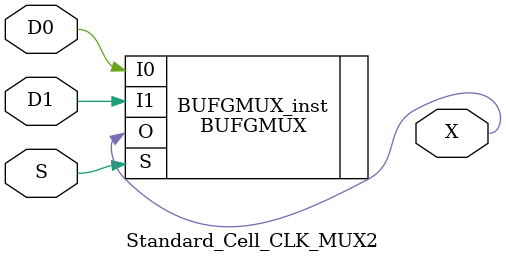
<source format=v>
/*
Copyright (c) 2019 Alibaba Group Holding Limited

Permission is hereby granted, free of charge, to any person obtaining a copy of this software and associated documentation files (the "Software"), to deal in the Software without restriction, including without limitation the rights to use, copy, modify, merge, publish, distribute, sublicense, and/or sell copies of the Software, and to permit persons to whom the Software is furnished to do so, subject to the following conditions:

The above copyright notice and this permission notice shall be included in all copies or substantial portions of the Software.

THE SOFTWARE IS PROVIDED "AS IS", WITHOUT WARRANTY OF ANY KIND, EXPRESS OR IMPLIED, INCLUDING BUT NOT LIMITED TO THE WARRANTIES OF MERCHANTABILITY, FITNESS FOR A PARTICULAR PURPOSE AND NONINFRINGEMENT. IN NO EVENT SHALL THE AUTHORS OR COPYRIGHT HOLDERS BE LIABLE FOR ANY CLAIM, DAMAGES OR OTHER LIABILITY, WHETHER IN AN ACTION OF CONTRACT, TORT OR OTHERWISE, ARISING FROM, OUT OF OR IN CONNECTION WITH THE SOFTWARE OR THE USE OR OTHER DEALINGS IN THE SOFTWARE.

*/
module Standard_Cell_CLK_GATE(
Q,
CK,
EN,
SE
);
   output Q;
   input CK;
   input EN;
   input SE;

// wire	E;
// reg	q_tmp;
// assign E = SE | EN;

// always @(E or CK)
// begin
//     if(!CK)
// 	q_tmp = E;
// end

// assign Q = q_tmp & CK;

BUFG BUFG_inst (
   .O(Q),   // 1-bit output: Clock output
   .I(CK)   // 1-bit input: Clock input
);

endmodule


module Standard_Cell_CLK_MUX2(
X,
S,
D0,
D1
);
   output X;
   input S;
   input D0;
   input D1;

// assign X = S ? D1 : D0;

BUFGMUX BUFGMUX_inst (
   .O(X),   // 1-bit output: Clock output
   .I0(D0), // 1-bit input: Clock input (S=0)
   .I1(D1), // 1-bit input: Clock input (S=1)
   .S(S)    // 1-bit input: Clock select
);

endmodule



</source>
